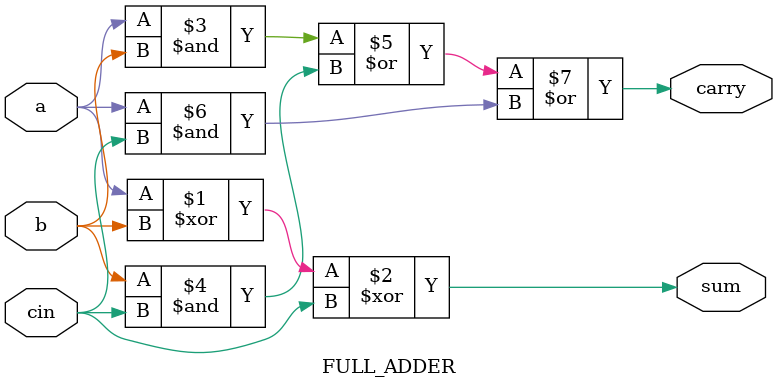
<source format=v>
module FULL_ADDER (
    input  wire a, b, cin,   // Inputs
    output wire sum, carry   // Outputs
);

    // Logic equations
    assign sum   = a ^ b ^ cin;                  // XOR for sum
    assign carry = (a & b) | (b & cin) | (a & cin); // Majority function for carry

endmodule


</source>
